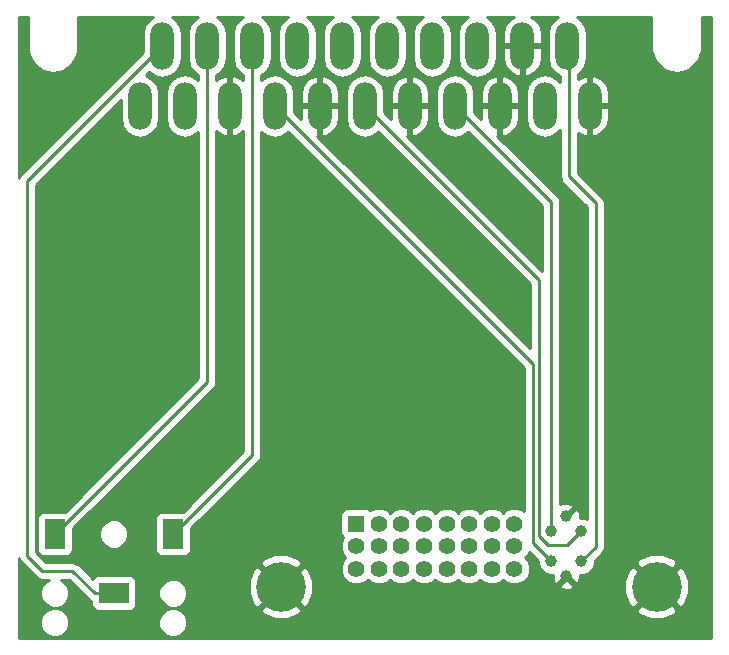
<source format=gtl>
G04 #@! TF.FileFunction,Copper,L1,Top,Signal*
%FSLAX46Y46*%
G04 Gerber Fmt 4.6, Leading zero omitted, Abs format (unit mm)*
G04 Created by KiCad (PCBNEW 4.0.7) date 06/19/18 01:15:35*
%MOMM*%
%LPD*%
G01*
G04 APERTURE LIST*
%ADD10C,0.100000*%
%ADD11O,2.000000X4.000000*%
%ADD12R,1.800000X2.500000*%
%ADD13R,2.500000X1.800000*%
%ADD14C,4.200000*%
%ADD15C,1.400000*%
%ADD16R,1.400000X1.400000*%
%ADD17C,1.000000*%
%ADD18C,0.600000*%
%ADD19C,0.250000*%
%ADD20C,0.254000*%
G04 APERTURE END LIST*
D10*
D11*
X165735000Y-70485000D03*
X169545000Y-70485000D03*
X173355000Y-70485000D03*
X167640000Y-75565000D03*
X171450000Y-75565000D03*
X175260000Y-75565000D03*
X177165000Y-70485000D03*
X179070000Y-75565000D03*
X180975000Y-70485000D03*
X182880000Y-75565000D03*
X184785000Y-70485000D03*
X186690000Y-75565000D03*
X148590000Y-75565000D03*
X150495000Y-70485000D03*
X152400000Y-75565000D03*
X154305000Y-70485000D03*
X156210000Y-75565000D03*
X158115000Y-70485000D03*
X160020000Y-75565000D03*
X161925000Y-70485000D03*
X163830000Y-75565000D03*
D12*
X141390000Y-111825000D03*
X151390000Y-111825000D03*
D13*
X146390000Y-116825000D03*
D14*
X160540000Y-116275000D03*
X192340000Y-116275000D03*
D15*
X166920000Y-114755000D03*
X168830000Y-114755000D03*
X170740000Y-114755000D03*
X172650000Y-114755000D03*
X174560000Y-114755000D03*
X176470000Y-114755000D03*
X178380000Y-114755000D03*
X180290000Y-114755000D03*
X166920000Y-112845000D03*
X168830000Y-112845000D03*
X170740000Y-112845000D03*
X172650000Y-112845000D03*
X174560000Y-112845000D03*
X176470000Y-112845000D03*
X178380000Y-112845000D03*
X180290000Y-112845000D03*
D16*
X166920000Y-110935000D03*
D15*
X168830000Y-110935000D03*
X170740000Y-110935000D03*
X172650000Y-110935000D03*
X174560000Y-110935000D03*
X176470000Y-110935000D03*
X178380000Y-110935000D03*
X180290000Y-110935000D03*
D17*
X183430000Y-114145000D03*
X185970000Y-114145000D03*
X184700000Y-115415000D03*
X183430000Y-111605000D03*
X185970000Y-111605000D03*
X184700000Y-110335000D03*
D18*
X188976000Y-70358000D03*
X192532000Y-77216000D03*
X194310000Y-82550000D03*
X194310000Y-88900000D03*
X194564000Y-107188000D03*
X181102000Y-118110000D03*
X167640000Y-118364000D03*
X155448000Y-119126000D03*
X140970000Y-106680000D03*
X140970000Y-99822000D03*
X141224000Y-89408000D03*
X141224000Y-84582000D03*
X141478000Y-74422000D03*
X194818000Y-99060000D03*
D19*
X185970000Y-111605000D02*
X184799000Y-112776000D01*
X182372000Y-90297000D02*
X167640000Y-75565000D01*
X182372000Y-112014000D02*
X182372000Y-90297000D01*
X183134000Y-112776000D02*
X182372000Y-112014000D01*
X184799000Y-112776000D02*
X183134000Y-112776000D01*
X183430000Y-111605000D02*
X183430000Y-83735000D01*
X183430000Y-83735000D02*
X175260000Y-75565000D01*
X185970000Y-114145000D02*
X187198000Y-112917000D01*
X184912000Y-81534000D02*
X184912000Y-70612000D01*
X187198000Y-83820000D02*
X184912000Y-81534000D01*
X187198000Y-112917000D02*
X187198000Y-83820000D01*
X184912000Y-70612000D02*
X184785000Y-70485000D01*
X146390000Y-116825000D02*
X144765000Y-116825000D01*
X139065000Y-81915000D02*
X150495000Y-70485000D01*
X139065000Y-113665000D02*
X139065000Y-81915000D01*
X140335000Y-114935000D02*
X139065000Y-113665000D01*
X142875000Y-114935000D02*
X140335000Y-114935000D01*
X144765000Y-116825000D02*
X142875000Y-114935000D01*
X141390000Y-111825000D02*
X154305000Y-98910000D01*
X154305000Y-98910000D02*
X154305000Y-70485000D01*
X151390000Y-111825000D02*
X158115000Y-105100000D01*
X158115000Y-105100000D02*
X158115000Y-70485000D01*
X183430000Y-114145000D02*
X181864000Y-112579000D01*
X181864000Y-97409000D02*
X160020000Y-75565000D01*
X181864000Y-112579000D02*
X181864000Y-97409000D01*
D20*
G36*
X153148880Y-68277257D02*
X152794457Y-68807690D01*
X152670000Y-69433377D01*
X152670000Y-71536623D01*
X152794457Y-72162310D01*
X153148880Y-72692743D01*
X153545000Y-72957421D01*
X153545000Y-73349827D01*
X153025687Y-73002834D01*
X152400000Y-72878377D01*
X151774313Y-73002834D01*
X151243880Y-73357257D01*
X150889457Y-73887690D01*
X150765000Y-74513377D01*
X150765000Y-76616623D01*
X150889457Y-77242310D01*
X151243880Y-77772743D01*
X151774313Y-78127166D01*
X152400000Y-78251623D01*
X153025687Y-78127166D01*
X153545000Y-77780173D01*
X153545000Y-98595198D01*
X142212638Y-109927560D01*
X140490000Y-109927560D01*
X140254683Y-109971838D01*
X140038559Y-110110910D01*
X139893569Y-110323110D01*
X139842560Y-110575000D01*
X139842560Y-113075000D01*
X139886838Y-113310317D01*
X140025910Y-113526441D01*
X140238110Y-113671431D01*
X140490000Y-113722440D01*
X142290000Y-113722440D01*
X142525317Y-113678162D01*
X142741441Y-113539090D01*
X142886431Y-113326890D01*
X142937440Y-113075000D01*
X142937440Y-112069579D01*
X145154786Y-112069579D01*
X145342408Y-112523657D01*
X145689515Y-112871371D01*
X146143266Y-113059785D01*
X146634579Y-113060214D01*
X147088657Y-112872592D01*
X147436371Y-112525485D01*
X147624785Y-112071734D01*
X147625214Y-111580421D01*
X147437592Y-111126343D01*
X147090485Y-110778629D01*
X146636734Y-110590215D01*
X146145421Y-110589786D01*
X145691343Y-110777408D01*
X145343629Y-111124515D01*
X145155215Y-111578266D01*
X145154786Y-112069579D01*
X142937440Y-112069579D01*
X142937440Y-111352362D01*
X154842401Y-99447401D01*
X155007148Y-99200839D01*
X155065000Y-98910000D01*
X155065000Y-77710903D01*
X155143683Y-77810922D01*
X155701645Y-78124144D01*
X155829566Y-78155124D01*
X156083000Y-78035777D01*
X156083000Y-75692000D01*
X156063000Y-75692000D01*
X156063000Y-75438000D01*
X156083000Y-75438000D01*
X156083000Y-73094223D01*
X155829566Y-72974876D01*
X155701645Y-73005856D01*
X155143683Y-73319078D01*
X155065000Y-73419097D01*
X155065000Y-72957421D01*
X155461120Y-72692743D01*
X155815543Y-72162310D01*
X155940000Y-71536623D01*
X155940000Y-69433377D01*
X155815543Y-68807690D01*
X155461120Y-68277257D01*
X155098556Y-68035000D01*
X157321444Y-68035000D01*
X156958880Y-68277257D01*
X156604457Y-68807690D01*
X156480000Y-69433377D01*
X156480000Y-71536623D01*
X156604457Y-72162310D01*
X156958880Y-72692743D01*
X157355000Y-72957421D01*
X157355000Y-73419097D01*
X157276317Y-73319078D01*
X156718355Y-73005856D01*
X156590434Y-72974876D01*
X156337000Y-73094223D01*
X156337000Y-75438000D01*
X156357000Y-75438000D01*
X156357000Y-75692000D01*
X156337000Y-75692000D01*
X156337000Y-78035777D01*
X156590434Y-78155124D01*
X156718355Y-78124144D01*
X157276317Y-77810922D01*
X157355000Y-77710903D01*
X157355000Y-104785198D01*
X152212638Y-109927560D01*
X150490000Y-109927560D01*
X150254683Y-109971838D01*
X150038559Y-110110910D01*
X149893569Y-110323110D01*
X149842560Y-110575000D01*
X149842560Y-113075000D01*
X149886838Y-113310317D01*
X150025910Y-113526441D01*
X150238110Y-113671431D01*
X150490000Y-113722440D01*
X152290000Y-113722440D01*
X152525317Y-113678162D01*
X152741441Y-113539090D01*
X152886431Y-113326890D01*
X152937440Y-113075000D01*
X152937440Y-111352362D01*
X158652401Y-105637401D01*
X158817148Y-105390840D01*
X158875000Y-105100000D01*
X158875000Y-77780173D01*
X159394313Y-78127166D01*
X160020000Y-78251623D01*
X160645687Y-78127166D01*
X161162225Y-77782027D01*
X181104000Y-97723802D01*
X181104000Y-109860797D01*
X181047204Y-109803902D01*
X180556713Y-109600232D01*
X180025617Y-109599769D01*
X179534771Y-109802582D01*
X179334981Y-110002024D01*
X179137204Y-109803902D01*
X178646713Y-109600232D01*
X178115617Y-109599769D01*
X177624771Y-109802582D01*
X177424981Y-110002024D01*
X177227204Y-109803902D01*
X176736713Y-109600232D01*
X176205617Y-109599769D01*
X175714771Y-109802582D01*
X175514981Y-110002024D01*
X175317204Y-109803902D01*
X174826713Y-109600232D01*
X174295617Y-109599769D01*
X173804771Y-109802582D01*
X173604981Y-110002024D01*
X173407204Y-109803902D01*
X172916713Y-109600232D01*
X172385617Y-109599769D01*
X171894771Y-109802582D01*
X171694981Y-110002024D01*
X171497204Y-109803902D01*
X171006713Y-109600232D01*
X170475617Y-109599769D01*
X169984771Y-109802582D01*
X169784981Y-110002024D01*
X169587204Y-109803902D01*
X169096713Y-109600232D01*
X168565617Y-109599769D01*
X168091803Y-109795545D01*
X168084090Y-109783559D01*
X167871890Y-109638569D01*
X167620000Y-109587560D01*
X166220000Y-109587560D01*
X165984683Y-109631838D01*
X165768559Y-109770910D01*
X165623569Y-109983110D01*
X165572560Y-110235000D01*
X165572560Y-111635000D01*
X165616838Y-111870317D01*
X165755910Y-112086441D01*
X165782049Y-112104301D01*
X165585232Y-112578287D01*
X165584769Y-113109383D01*
X165787582Y-113600229D01*
X165987024Y-113800019D01*
X165788902Y-113997796D01*
X165585232Y-114488287D01*
X165584769Y-115019383D01*
X165787582Y-115510229D01*
X166162796Y-115886098D01*
X166653287Y-116089768D01*
X167184383Y-116090231D01*
X167675229Y-115887418D01*
X167875019Y-115687976D01*
X168072796Y-115886098D01*
X168563287Y-116089768D01*
X169094383Y-116090231D01*
X169585229Y-115887418D01*
X169785019Y-115687976D01*
X169982796Y-115886098D01*
X170473287Y-116089768D01*
X171004383Y-116090231D01*
X171495229Y-115887418D01*
X171695019Y-115687976D01*
X171892796Y-115886098D01*
X172383287Y-116089768D01*
X172914383Y-116090231D01*
X173405229Y-115887418D01*
X173605019Y-115687976D01*
X173802796Y-115886098D01*
X174293287Y-116089768D01*
X174824383Y-116090231D01*
X175315229Y-115887418D01*
X175515019Y-115687976D01*
X175712796Y-115886098D01*
X176203287Y-116089768D01*
X176734383Y-116090231D01*
X177225229Y-115887418D01*
X177425019Y-115687976D01*
X177622796Y-115886098D01*
X178113287Y-116089768D01*
X178644383Y-116090231D01*
X179135229Y-115887418D01*
X179335019Y-115687976D01*
X179532796Y-115886098D01*
X180023287Y-116089768D01*
X180554383Y-116090231D01*
X181045229Y-115887418D01*
X181421098Y-115512204D01*
X181624768Y-115021713D01*
X181625231Y-114490617D01*
X181422418Y-113999771D01*
X181222976Y-113799981D01*
X181421098Y-113602204D01*
X181535908Y-113325710D01*
X182295052Y-114084854D01*
X182294803Y-114369775D01*
X182467233Y-114787086D01*
X182786235Y-115106645D01*
X183203244Y-115279803D01*
X183552606Y-115280108D01*
X183583783Y-115720375D01*
X183694783Y-115988352D01*
X183909896Y-116025499D01*
X184520395Y-115415000D01*
X184506253Y-115400858D01*
X184685858Y-115221253D01*
X184700000Y-115235395D01*
X184714143Y-115221253D01*
X184893748Y-115400858D01*
X184879605Y-115415000D01*
X185490104Y-116025499D01*
X185705217Y-115988352D01*
X185785340Y-115748184D01*
X189601633Y-115748184D01*
X189608475Y-116836214D01*
X190011682Y-117809642D01*
X190392795Y-118042600D01*
X192160395Y-116275000D01*
X192519605Y-116275000D01*
X194287205Y-118042600D01*
X194668318Y-117809642D01*
X195078367Y-116801816D01*
X195071525Y-115713786D01*
X194668318Y-114740358D01*
X194287205Y-114507400D01*
X192519605Y-116275000D01*
X192160395Y-116275000D01*
X190392795Y-114507400D01*
X190011682Y-114740358D01*
X189601633Y-115748184D01*
X185785340Y-115748184D01*
X185848112Y-115560028D01*
X185828273Y-115279877D01*
X186194775Y-115280197D01*
X186612086Y-115107767D01*
X186931645Y-114788765D01*
X187104803Y-114371756D01*
X187104841Y-114327795D01*
X190572400Y-114327795D01*
X192340000Y-116095395D01*
X194107600Y-114327795D01*
X193874642Y-113946682D01*
X192866816Y-113536633D01*
X191778786Y-113543475D01*
X190805358Y-113946682D01*
X190572400Y-114327795D01*
X187104841Y-114327795D01*
X187105053Y-114084749D01*
X187735401Y-113454401D01*
X187900148Y-113207840D01*
X187958000Y-112917000D01*
X187958000Y-83820000D01*
X187900148Y-83529161D01*
X187900148Y-83529160D01*
X187735401Y-83282599D01*
X185672000Y-81219198D01*
X185672000Y-77838046D01*
X186181645Y-78124144D01*
X186309566Y-78155124D01*
X186563000Y-78035777D01*
X186563000Y-75692000D01*
X186817000Y-75692000D01*
X186817000Y-78035777D01*
X187070434Y-78155124D01*
X187198355Y-78124144D01*
X187756317Y-77810922D01*
X188151942Y-77308020D01*
X188325000Y-76692000D01*
X188325000Y-75692000D01*
X186817000Y-75692000D01*
X186563000Y-75692000D01*
X186543000Y-75692000D01*
X186543000Y-75438000D01*
X186563000Y-75438000D01*
X186563000Y-73094223D01*
X186817000Y-73094223D01*
X186817000Y-75438000D01*
X188325000Y-75438000D01*
X188325000Y-74438000D01*
X188151942Y-73821980D01*
X187756317Y-73319078D01*
X187198355Y-73005856D01*
X187070434Y-72974876D01*
X186817000Y-73094223D01*
X186563000Y-73094223D01*
X186309566Y-72974876D01*
X186181645Y-73005856D01*
X185672000Y-73291954D01*
X185672000Y-72872563D01*
X185941120Y-72692743D01*
X186295543Y-72162310D01*
X186420000Y-71536623D01*
X186420000Y-69433377D01*
X186295543Y-68807690D01*
X185941120Y-68277257D01*
X185578556Y-68035000D01*
X191905000Y-68035000D01*
X191905000Y-70534282D01*
X191904630Y-70957815D01*
X192029871Y-71260920D01*
X192067517Y-71450181D01*
X192173789Y-71609229D01*
X192228980Y-71742800D01*
X192331984Y-71845984D01*
X192530327Y-72142825D01*
X192824575Y-72339435D01*
X192829041Y-72343909D01*
X192834930Y-72346354D01*
X193222971Y-72605635D01*
X194040000Y-72768152D01*
X194857029Y-72605635D01*
X195241957Y-72348434D01*
X195247800Y-72346020D01*
X195252314Y-72341514D01*
X195549673Y-72142825D01*
X195746627Y-71848063D01*
X195848909Y-71745959D01*
X195904820Y-71611309D01*
X196012483Y-71450181D01*
X196049959Y-71261778D01*
X196174628Y-70961541D01*
X196174915Y-70633582D01*
X196175000Y-70633152D01*
X196175000Y-70535718D01*
X196175370Y-70112185D01*
X196175000Y-70111290D01*
X196175000Y-68035000D01*
X196930000Y-68035000D01*
X196930000Y-120615000D01*
X138350000Y-120615000D01*
X138350000Y-119569579D01*
X140154786Y-119569579D01*
X140342408Y-120023657D01*
X140689515Y-120371371D01*
X141143266Y-120559785D01*
X141634579Y-120560214D01*
X142088657Y-120372592D01*
X142436371Y-120025485D01*
X142624785Y-119571734D01*
X142624786Y-119569579D01*
X150154786Y-119569579D01*
X150342408Y-120023657D01*
X150689515Y-120371371D01*
X151143266Y-120559785D01*
X151634579Y-120560214D01*
X152088657Y-120372592D01*
X152436371Y-120025485D01*
X152624785Y-119571734D01*
X152625214Y-119080421D01*
X152437592Y-118626343D01*
X152090485Y-118278629D01*
X151954602Y-118222205D01*
X158772400Y-118222205D01*
X159005358Y-118603318D01*
X160013184Y-119013367D01*
X161101214Y-119006525D01*
X162074642Y-118603318D01*
X162307600Y-118222205D01*
X190572400Y-118222205D01*
X190805358Y-118603318D01*
X191813184Y-119013367D01*
X192901214Y-119006525D01*
X193874642Y-118603318D01*
X194107600Y-118222205D01*
X192340000Y-116454605D01*
X190572400Y-118222205D01*
X162307600Y-118222205D01*
X160540000Y-116454605D01*
X158772400Y-118222205D01*
X151954602Y-118222205D01*
X151636734Y-118090215D01*
X151145421Y-118089786D01*
X150691343Y-118277408D01*
X150343629Y-118624515D01*
X150155215Y-119078266D01*
X150154786Y-119569579D01*
X142624786Y-119569579D01*
X142625214Y-119080421D01*
X142437592Y-118626343D01*
X142090485Y-118278629D01*
X141636734Y-118090215D01*
X141145421Y-118089786D01*
X140691343Y-118277408D01*
X140343629Y-118624515D01*
X140155215Y-119078266D01*
X140154786Y-119569579D01*
X138350000Y-119569579D01*
X138350000Y-113891228D01*
X138362852Y-113955839D01*
X138527599Y-114202401D01*
X139797599Y-115472401D01*
X140044160Y-115637148D01*
X140335000Y-115695000D01*
X140890785Y-115695000D01*
X140691343Y-115777408D01*
X140343629Y-116124515D01*
X140155215Y-116578266D01*
X140154786Y-117069579D01*
X140342408Y-117523657D01*
X140689515Y-117871371D01*
X141143266Y-118059785D01*
X141634579Y-118060214D01*
X142088657Y-117872592D01*
X142436371Y-117525485D01*
X142624785Y-117071734D01*
X142625214Y-116580421D01*
X142437592Y-116126343D01*
X142090485Y-115778629D01*
X141889084Y-115695000D01*
X142560198Y-115695000D01*
X144227599Y-117362401D01*
X144474161Y-117527148D01*
X144492560Y-117530808D01*
X144492560Y-117725000D01*
X144536838Y-117960317D01*
X144675910Y-118176441D01*
X144888110Y-118321431D01*
X145140000Y-118372440D01*
X147640000Y-118372440D01*
X147875317Y-118328162D01*
X148091441Y-118189090D01*
X148236431Y-117976890D01*
X148287440Y-117725000D01*
X148287440Y-117069579D01*
X150154786Y-117069579D01*
X150342408Y-117523657D01*
X150689515Y-117871371D01*
X151143266Y-118059785D01*
X151634579Y-118060214D01*
X152088657Y-117872592D01*
X152436371Y-117525485D01*
X152624785Y-117071734D01*
X152625214Y-116580421D01*
X152437592Y-116126343D01*
X152090485Y-115778629D01*
X152017166Y-115748184D01*
X157801633Y-115748184D01*
X157808475Y-116836214D01*
X158211682Y-117809642D01*
X158592795Y-118042600D01*
X160360395Y-116275000D01*
X160719605Y-116275000D01*
X162487205Y-118042600D01*
X162868318Y-117809642D01*
X163278367Y-116801816D01*
X163274615Y-116205104D01*
X184089501Y-116205104D01*
X184126648Y-116420217D01*
X184554972Y-116563112D01*
X185005375Y-116531217D01*
X185273352Y-116420217D01*
X185310499Y-116205104D01*
X184700000Y-115594605D01*
X184089501Y-116205104D01*
X163274615Y-116205104D01*
X163271525Y-115713786D01*
X162868318Y-114740358D01*
X162487205Y-114507400D01*
X160719605Y-116275000D01*
X160360395Y-116275000D01*
X158592795Y-114507400D01*
X158211682Y-114740358D01*
X157801633Y-115748184D01*
X152017166Y-115748184D01*
X151636734Y-115590215D01*
X151145421Y-115589786D01*
X150691343Y-115777408D01*
X150343629Y-116124515D01*
X150155215Y-116578266D01*
X150154786Y-117069579D01*
X148287440Y-117069579D01*
X148287440Y-115925000D01*
X148243162Y-115689683D01*
X148104090Y-115473559D01*
X147891890Y-115328569D01*
X147640000Y-115277560D01*
X145140000Y-115277560D01*
X144904683Y-115321838D01*
X144688559Y-115460910D01*
X144602160Y-115587358D01*
X143412401Y-114397599D01*
X143307932Y-114327795D01*
X158772400Y-114327795D01*
X160540000Y-116095395D01*
X162307600Y-114327795D01*
X162074642Y-113946682D01*
X161066816Y-113536633D01*
X159978786Y-113543475D01*
X159005358Y-113946682D01*
X158772400Y-114327795D01*
X143307932Y-114327795D01*
X143165839Y-114232852D01*
X142875000Y-114175000D01*
X140649802Y-114175000D01*
X139825000Y-113350198D01*
X139825000Y-82229802D01*
X146955000Y-75099802D01*
X146955000Y-76616623D01*
X147079457Y-77242310D01*
X147433880Y-77772743D01*
X147964313Y-78127166D01*
X148590000Y-78251623D01*
X149215687Y-78127166D01*
X149746120Y-77772743D01*
X150100543Y-77242310D01*
X150225000Y-76616623D01*
X150225000Y-74513377D01*
X150100543Y-73887690D01*
X149746120Y-73357257D01*
X149215687Y-73002834D01*
X149079131Y-72975671D01*
X149352775Y-72702027D01*
X149869313Y-73047166D01*
X150495000Y-73171623D01*
X151120687Y-73047166D01*
X151651120Y-72692743D01*
X152005543Y-72162310D01*
X152130000Y-71536623D01*
X152130000Y-69433377D01*
X152005543Y-68807690D01*
X151651120Y-68277257D01*
X151288556Y-68035000D01*
X153511444Y-68035000D01*
X153148880Y-68277257D01*
X153148880Y-68277257D01*
G37*
X153148880Y-68277257D02*
X152794457Y-68807690D01*
X152670000Y-69433377D01*
X152670000Y-71536623D01*
X152794457Y-72162310D01*
X153148880Y-72692743D01*
X153545000Y-72957421D01*
X153545000Y-73349827D01*
X153025687Y-73002834D01*
X152400000Y-72878377D01*
X151774313Y-73002834D01*
X151243880Y-73357257D01*
X150889457Y-73887690D01*
X150765000Y-74513377D01*
X150765000Y-76616623D01*
X150889457Y-77242310D01*
X151243880Y-77772743D01*
X151774313Y-78127166D01*
X152400000Y-78251623D01*
X153025687Y-78127166D01*
X153545000Y-77780173D01*
X153545000Y-98595198D01*
X142212638Y-109927560D01*
X140490000Y-109927560D01*
X140254683Y-109971838D01*
X140038559Y-110110910D01*
X139893569Y-110323110D01*
X139842560Y-110575000D01*
X139842560Y-113075000D01*
X139886838Y-113310317D01*
X140025910Y-113526441D01*
X140238110Y-113671431D01*
X140490000Y-113722440D01*
X142290000Y-113722440D01*
X142525317Y-113678162D01*
X142741441Y-113539090D01*
X142886431Y-113326890D01*
X142937440Y-113075000D01*
X142937440Y-112069579D01*
X145154786Y-112069579D01*
X145342408Y-112523657D01*
X145689515Y-112871371D01*
X146143266Y-113059785D01*
X146634579Y-113060214D01*
X147088657Y-112872592D01*
X147436371Y-112525485D01*
X147624785Y-112071734D01*
X147625214Y-111580421D01*
X147437592Y-111126343D01*
X147090485Y-110778629D01*
X146636734Y-110590215D01*
X146145421Y-110589786D01*
X145691343Y-110777408D01*
X145343629Y-111124515D01*
X145155215Y-111578266D01*
X145154786Y-112069579D01*
X142937440Y-112069579D01*
X142937440Y-111352362D01*
X154842401Y-99447401D01*
X155007148Y-99200839D01*
X155065000Y-98910000D01*
X155065000Y-77710903D01*
X155143683Y-77810922D01*
X155701645Y-78124144D01*
X155829566Y-78155124D01*
X156083000Y-78035777D01*
X156083000Y-75692000D01*
X156063000Y-75692000D01*
X156063000Y-75438000D01*
X156083000Y-75438000D01*
X156083000Y-73094223D01*
X155829566Y-72974876D01*
X155701645Y-73005856D01*
X155143683Y-73319078D01*
X155065000Y-73419097D01*
X155065000Y-72957421D01*
X155461120Y-72692743D01*
X155815543Y-72162310D01*
X155940000Y-71536623D01*
X155940000Y-69433377D01*
X155815543Y-68807690D01*
X155461120Y-68277257D01*
X155098556Y-68035000D01*
X157321444Y-68035000D01*
X156958880Y-68277257D01*
X156604457Y-68807690D01*
X156480000Y-69433377D01*
X156480000Y-71536623D01*
X156604457Y-72162310D01*
X156958880Y-72692743D01*
X157355000Y-72957421D01*
X157355000Y-73419097D01*
X157276317Y-73319078D01*
X156718355Y-73005856D01*
X156590434Y-72974876D01*
X156337000Y-73094223D01*
X156337000Y-75438000D01*
X156357000Y-75438000D01*
X156357000Y-75692000D01*
X156337000Y-75692000D01*
X156337000Y-78035777D01*
X156590434Y-78155124D01*
X156718355Y-78124144D01*
X157276317Y-77810922D01*
X157355000Y-77710903D01*
X157355000Y-104785198D01*
X152212638Y-109927560D01*
X150490000Y-109927560D01*
X150254683Y-109971838D01*
X150038559Y-110110910D01*
X149893569Y-110323110D01*
X149842560Y-110575000D01*
X149842560Y-113075000D01*
X149886838Y-113310317D01*
X150025910Y-113526441D01*
X150238110Y-113671431D01*
X150490000Y-113722440D01*
X152290000Y-113722440D01*
X152525317Y-113678162D01*
X152741441Y-113539090D01*
X152886431Y-113326890D01*
X152937440Y-113075000D01*
X152937440Y-111352362D01*
X158652401Y-105637401D01*
X158817148Y-105390840D01*
X158875000Y-105100000D01*
X158875000Y-77780173D01*
X159394313Y-78127166D01*
X160020000Y-78251623D01*
X160645687Y-78127166D01*
X161162225Y-77782027D01*
X181104000Y-97723802D01*
X181104000Y-109860797D01*
X181047204Y-109803902D01*
X180556713Y-109600232D01*
X180025617Y-109599769D01*
X179534771Y-109802582D01*
X179334981Y-110002024D01*
X179137204Y-109803902D01*
X178646713Y-109600232D01*
X178115617Y-109599769D01*
X177624771Y-109802582D01*
X177424981Y-110002024D01*
X177227204Y-109803902D01*
X176736713Y-109600232D01*
X176205617Y-109599769D01*
X175714771Y-109802582D01*
X175514981Y-110002024D01*
X175317204Y-109803902D01*
X174826713Y-109600232D01*
X174295617Y-109599769D01*
X173804771Y-109802582D01*
X173604981Y-110002024D01*
X173407204Y-109803902D01*
X172916713Y-109600232D01*
X172385617Y-109599769D01*
X171894771Y-109802582D01*
X171694981Y-110002024D01*
X171497204Y-109803902D01*
X171006713Y-109600232D01*
X170475617Y-109599769D01*
X169984771Y-109802582D01*
X169784981Y-110002024D01*
X169587204Y-109803902D01*
X169096713Y-109600232D01*
X168565617Y-109599769D01*
X168091803Y-109795545D01*
X168084090Y-109783559D01*
X167871890Y-109638569D01*
X167620000Y-109587560D01*
X166220000Y-109587560D01*
X165984683Y-109631838D01*
X165768559Y-109770910D01*
X165623569Y-109983110D01*
X165572560Y-110235000D01*
X165572560Y-111635000D01*
X165616838Y-111870317D01*
X165755910Y-112086441D01*
X165782049Y-112104301D01*
X165585232Y-112578287D01*
X165584769Y-113109383D01*
X165787582Y-113600229D01*
X165987024Y-113800019D01*
X165788902Y-113997796D01*
X165585232Y-114488287D01*
X165584769Y-115019383D01*
X165787582Y-115510229D01*
X166162796Y-115886098D01*
X166653287Y-116089768D01*
X167184383Y-116090231D01*
X167675229Y-115887418D01*
X167875019Y-115687976D01*
X168072796Y-115886098D01*
X168563287Y-116089768D01*
X169094383Y-116090231D01*
X169585229Y-115887418D01*
X169785019Y-115687976D01*
X169982796Y-115886098D01*
X170473287Y-116089768D01*
X171004383Y-116090231D01*
X171495229Y-115887418D01*
X171695019Y-115687976D01*
X171892796Y-115886098D01*
X172383287Y-116089768D01*
X172914383Y-116090231D01*
X173405229Y-115887418D01*
X173605019Y-115687976D01*
X173802796Y-115886098D01*
X174293287Y-116089768D01*
X174824383Y-116090231D01*
X175315229Y-115887418D01*
X175515019Y-115687976D01*
X175712796Y-115886098D01*
X176203287Y-116089768D01*
X176734383Y-116090231D01*
X177225229Y-115887418D01*
X177425019Y-115687976D01*
X177622796Y-115886098D01*
X178113287Y-116089768D01*
X178644383Y-116090231D01*
X179135229Y-115887418D01*
X179335019Y-115687976D01*
X179532796Y-115886098D01*
X180023287Y-116089768D01*
X180554383Y-116090231D01*
X181045229Y-115887418D01*
X181421098Y-115512204D01*
X181624768Y-115021713D01*
X181625231Y-114490617D01*
X181422418Y-113999771D01*
X181222976Y-113799981D01*
X181421098Y-113602204D01*
X181535908Y-113325710D01*
X182295052Y-114084854D01*
X182294803Y-114369775D01*
X182467233Y-114787086D01*
X182786235Y-115106645D01*
X183203244Y-115279803D01*
X183552606Y-115280108D01*
X183583783Y-115720375D01*
X183694783Y-115988352D01*
X183909896Y-116025499D01*
X184520395Y-115415000D01*
X184506253Y-115400858D01*
X184685858Y-115221253D01*
X184700000Y-115235395D01*
X184714143Y-115221253D01*
X184893748Y-115400858D01*
X184879605Y-115415000D01*
X185490104Y-116025499D01*
X185705217Y-115988352D01*
X185785340Y-115748184D01*
X189601633Y-115748184D01*
X189608475Y-116836214D01*
X190011682Y-117809642D01*
X190392795Y-118042600D01*
X192160395Y-116275000D01*
X192519605Y-116275000D01*
X194287205Y-118042600D01*
X194668318Y-117809642D01*
X195078367Y-116801816D01*
X195071525Y-115713786D01*
X194668318Y-114740358D01*
X194287205Y-114507400D01*
X192519605Y-116275000D01*
X192160395Y-116275000D01*
X190392795Y-114507400D01*
X190011682Y-114740358D01*
X189601633Y-115748184D01*
X185785340Y-115748184D01*
X185848112Y-115560028D01*
X185828273Y-115279877D01*
X186194775Y-115280197D01*
X186612086Y-115107767D01*
X186931645Y-114788765D01*
X187104803Y-114371756D01*
X187104841Y-114327795D01*
X190572400Y-114327795D01*
X192340000Y-116095395D01*
X194107600Y-114327795D01*
X193874642Y-113946682D01*
X192866816Y-113536633D01*
X191778786Y-113543475D01*
X190805358Y-113946682D01*
X190572400Y-114327795D01*
X187104841Y-114327795D01*
X187105053Y-114084749D01*
X187735401Y-113454401D01*
X187900148Y-113207840D01*
X187958000Y-112917000D01*
X187958000Y-83820000D01*
X187900148Y-83529161D01*
X187900148Y-83529160D01*
X187735401Y-83282599D01*
X185672000Y-81219198D01*
X185672000Y-77838046D01*
X186181645Y-78124144D01*
X186309566Y-78155124D01*
X186563000Y-78035777D01*
X186563000Y-75692000D01*
X186817000Y-75692000D01*
X186817000Y-78035777D01*
X187070434Y-78155124D01*
X187198355Y-78124144D01*
X187756317Y-77810922D01*
X188151942Y-77308020D01*
X188325000Y-76692000D01*
X188325000Y-75692000D01*
X186817000Y-75692000D01*
X186563000Y-75692000D01*
X186543000Y-75692000D01*
X186543000Y-75438000D01*
X186563000Y-75438000D01*
X186563000Y-73094223D01*
X186817000Y-73094223D01*
X186817000Y-75438000D01*
X188325000Y-75438000D01*
X188325000Y-74438000D01*
X188151942Y-73821980D01*
X187756317Y-73319078D01*
X187198355Y-73005856D01*
X187070434Y-72974876D01*
X186817000Y-73094223D01*
X186563000Y-73094223D01*
X186309566Y-72974876D01*
X186181645Y-73005856D01*
X185672000Y-73291954D01*
X185672000Y-72872563D01*
X185941120Y-72692743D01*
X186295543Y-72162310D01*
X186420000Y-71536623D01*
X186420000Y-69433377D01*
X186295543Y-68807690D01*
X185941120Y-68277257D01*
X185578556Y-68035000D01*
X191905000Y-68035000D01*
X191905000Y-70534282D01*
X191904630Y-70957815D01*
X192029871Y-71260920D01*
X192067517Y-71450181D01*
X192173789Y-71609229D01*
X192228980Y-71742800D01*
X192331984Y-71845984D01*
X192530327Y-72142825D01*
X192824575Y-72339435D01*
X192829041Y-72343909D01*
X192834930Y-72346354D01*
X193222971Y-72605635D01*
X194040000Y-72768152D01*
X194857029Y-72605635D01*
X195241957Y-72348434D01*
X195247800Y-72346020D01*
X195252314Y-72341514D01*
X195549673Y-72142825D01*
X195746627Y-71848063D01*
X195848909Y-71745959D01*
X195904820Y-71611309D01*
X196012483Y-71450181D01*
X196049959Y-71261778D01*
X196174628Y-70961541D01*
X196174915Y-70633582D01*
X196175000Y-70633152D01*
X196175000Y-70535718D01*
X196175370Y-70112185D01*
X196175000Y-70111290D01*
X196175000Y-68035000D01*
X196930000Y-68035000D01*
X196930000Y-120615000D01*
X138350000Y-120615000D01*
X138350000Y-119569579D01*
X140154786Y-119569579D01*
X140342408Y-120023657D01*
X140689515Y-120371371D01*
X141143266Y-120559785D01*
X141634579Y-120560214D01*
X142088657Y-120372592D01*
X142436371Y-120025485D01*
X142624785Y-119571734D01*
X142624786Y-119569579D01*
X150154786Y-119569579D01*
X150342408Y-120023657D01*
X150689515Y-120371371D01*
X151143266Y-120559785D01*
X151634579Y-120560214D01*
X152088657Y-120372592D01*
X152436371Y-120025485D01*
X152624785Y-119571734D01*
X152625214Y-119080421D01*
X152437592Y-118626343D01*
X152090485Y-118278629D01*
X151954602Y-118222205D01*
X158772400Y-118222205D01*
X159005358Y-118603318D01*
X160013184Y-119013367D01*
X161101214Y-119006525D01*
X162074642Y-118603318D01*
X162307600Y-118222205D01*
X190572400Y-118222205D01*
X190805358Y-118603318D01*
X191813184Y-119013367D01*
X192901214Y-119006525D01*
X193874642Y-118603318D01*
X194107600Y-118222205D01*
X192340000Y-116454605D01*
X190572400Y-118222205D01*
X162307600Y-118222205D01*
X160540000Y-116454605D01*
X158772400Y-118222205D01*
X151954602Y-118222205D01*
X151636734Y-118090215D01*
X151145421Y-118089786D01*
X150691343Y-118277408D01*
X150343629Y-118624515D01*
X150155215Y-119078266D01*
X150154786Y-119569579D01*
X142624786Y-119569579D01*
X142625214Y-119080421D01*
X142437592Y-118626343D01*
X142090485Y-118278629D01*
X141636734Y-118090215D01*
X141145421Y-118089786D01*
X140691343Y-118277408D01*
X140343629Y-118624515D01*
X140155215Y-119078266D01*
X140154786Y-119569579D01*
X138350000Y-119569579D01*
X138350000Y-113891228D01*
X138362852Y-113955839D01*
X138527599Y-114202401D01*
X139797599Y-115472401D01*
X140044160Y-115637148D01*
X140335000Y-115695000D01*
X140890785Y-115695000D01*
X140691343Y-115777408D01*
X140343629Y-116124515D01*
X140155215Y-116578266D01*
X140154786Y-117069579D01*
X140342408Y-117523657D01*
X140689515Y-117871371D01*
X141143266Y-118059785D01*
X141634579Y-118060214D01*
X142088657Y-117872592D01*
X142436371Y-117525485D01*
X142624785Y-117071734D01*
X142625214Y-116580421D01*
X142437592Y-116126343D01*
X142090485Y-115778629D01*
X141889084Y-115695000D01*
X142560198Y-115695000D01*
X144227599Y-117362401D01*
X144474161Y-117527148D01*
X144492560Y-117530808D01*
X144492560Y-117725000D01*
X144536838Y-117960317D01*
X144675910Y-118176441D01*
X144888110Y-118321431D01*
X145140000Y-118372440D01*
X147640000Y-118372440D01*
X147875317Y-118328162D01*
X148091441Y-118189090D01*
X148236431Y-117976890D01*
X148287440Y-117725000D01*
X148287440Y-117069579D01*
X150154786Y-117069579D01*
X150342408Y-117523657D01*
X150689515Y-117871371D01*
X151143266Y-118059785D01*
X151634579Y-118060214D01*
X152088657Y-117872592D01*
X152436371Y-117525485D01*
X152624785Y-117071734D01*
X152625214Y-116580421D01*
X152437592Y-116126343D01*
X152090485Y-115778629D01*
X152017166Y-115748184D01*
X157801633Y-115748184D01*
X157808475Y-116836214D01*
X158211682Y-117809642D01*
X158592795Y-118042600D01*
X160360395Y-116275000D01*
X160719605Y-116275000D01*
X162487205Y-118042600D01*
X162868318Y-117809642D01*
X163278367Y-116801816D01*
X163274615Y-116205104D01*
X184089501Y-116205104D01*
X184126648Y-116420217D01*
X184554972Y-116563112D01*
X185005375Y-116531217D01*
X185273352Y-116420217D01*
X185310499Y-116205104D01*
X184700000Y-115594605D01*
X184089501Y-116205104D01*
X163274615Y-116205104D01*
X163271525Y-115713786D01*
X162868318Y-114740358D01*
X162487205Y-114507400D01*
X160719605Y-116275000D01*
X160360395Y-116275000D01*
X158592795Y-114507400D01*
X158211682Y-114740358D01*
X157801633Y-115748184D01*
X152017166Y-115748184D01*
X151636734Y-115590215D01*
X151145421Y-115589786D01*
X150691343Y-115777408D01*
X150343629Y-116124515D01*
X150155215Y-116578266D01*
X150154786Y-117069579D01*
X148287440Y-117069579D01*
X148287440Y-115925000D01*
X148243162Y-115689683D01*
X148104090Y-115473559D01*
X147891890Y-115328569D01*
X147640000Y-115277560D01*
X145140000Y-115277560D01*
X144904683Y-115321838D01*
X144688559Y-115460910D01*
X144602160Y-115587358D01*
X143412401Y-114397599D01*
X143307932Y-114327795D01*
X158772400Y-114327795D01*
X160540000Y-116095395D01*
X162307600Y-114327795D01*
X162074642Y-113946682D01*
X161066816Y-113536633D01*
X159978786Y-113543475D01*
X159005358Y-113946682D01*
X158772400Y-114327795D01*
X143307932Y-114327795D01*
X143165839Y-114232852D01*
X142875000Y-114175000D01*
X140649802Y-114175000D01*
X139825000Y-113350198D01*
X139825000Y-82229802D01*
X146955000Y-75099802D01*
X146955000Y-76616623D01*
X147079457Y-77242310D01*
X147433880Y-77772743D01*
X147964313Y-78127166D01*
X148590000Y-78251623D01*
X149215687Y-78127166D01*
X149746120Y-77772743D01*
X150100543Y-77242310D01*
X150225000Y-76616623D01*
X150225000Y-74513377D01*
X150100543Y-73887690D01*
X149746120Y-73357257D01*
X149215687Y-73002834D01*
X149079131Y-72975671D01*
X149352775Y-72702027D01*
X149869313Y-73047166D01*
X150495000Y-73171623D01*
X151120687Y-73047166D01*
X151651120Y-72692743D01*
X152005543Y-72162310D01*
X152130000Y-71536623D01*
X152130000Y-69433377D01*
X152005543Y-68807690D01*
X151651120Y-68277257D01*
X151288556Y-68035000D01*
X153511444Y-68035000D01*
X153148880Y-68277257D01*
G36*
X160768880Y-68277257D02*
X160414457Y-68807690D01*
X160290000Y-69433377D01*
X160290000Y-71536623D01*
X160414457Y-72162310D01*
X160768880Y-72692743D01*
X161299313Y-73047166D01*
X161925000Y-73171623D01*
X162550687Y-73047166D01*
X163081120Y-72692743D01*
X163435543Y-72162310D01*
X163560000Y-71536623D01*
X163560000Y-69433377D01*
X163435543Y-68807690D01*
X163081120Y-68277257D01*
X162718556Y-68035000D01*
X164941444Y-68035000D01*
X164578880Y-68277257D01*
X164224457Y-68807690D01*
X164100000Y-69433377D01*
X164100000Y-71536623D01*
X164224457Y-72162310D01*
X164578880Y-72692743D01*
X165109313Y-73047166D01*
X165735000Y-73171623D01*
X166360687Y-73047166D01*
X166891120Y-72692743D01*
X167245543Y-72162310D01*
X167370000Y-71536623D01*
X167370000Y-69433377D01*
X167245543Y-68807690D01*
X166891120Y-68277257D01*
X166528556Y-68035000D01*
X168751444Y-68035000D01*
X168388880Y-68277257D01*
X168034457Y-68807690D01*
X167910000Y-69433377D01*
X167910000Y-71536623D01*
X168034457Y-72162310D01*
X168388880Y-72692743D01*
X168919313Y-73047166D01*
X169545000Y-73171623D01*
X170170687Y-73047166D01*
X170701120Y-72692743D01*
X171055543Y-72162310D01*
X171180000Y-71536623D01*
X171180000Y-69433377D01*
X171055543Y-68807690D01*
X170701120Y-68277257D01*
X170338556Y-68035000D01*
X172561444Y-68035000D01*
X172198880Y-68277257D01*
X171844457Y-68807690D01*
X171720000Y-69433377D01*
X171720000Y-71536623D01*
X171844457Y-72162310D01*
X172198880Y-72692743D01*
X172729313Y-73047166D01*
X173355000Y-73171623D01*
X173980687Y-73047166D01*
X174511120Y-72692743D01*
X174865543Y-72162310D01*
X174990000Y-71536623D01*
X174990000Y-69433377D01*
X174865543Y-68807690D01*
X174511120Y-68277257D01*
X174148556Y-68035000D01*
X176371444Y-68035000D01*
X176008880Y-68277257D01*
X175654457Y-68807690D01*
X175530000Y-69433377D01*
X175530000Y-71536623D01*
X175654457Y-72162310D01*
X176008880Y-72692743D01*
X176539313Y-73047166D01*
X177165000Y-73171623D01*
X177790687Y-73047166D01*
X178321120Y-72692743D01*
X178675543Y-72162310D01*
X178800000Y-71536623D01*
X178800000Y-70612000D01*
X179340000Y-70612000D01*
X179340000Y-71612000D01*
X179513058Y-72228020D01*
X179908683Y-72730922D01*
X180466645Y-73044144D01*
X180594566Y-73075124D01*
X180848000Y-72955777D01*
X180848000Y-70612000D01*
X181102000Y-70612000D01*
X181102000Y-72955777D01*
X181355434Y-73075124D01*
X181483355Y-73044144D01*
X182041317Y-72730922D01*
X182436942Y-72228020D01*
X182610000Y-71612000D01*
X182610000Y-70612000D01*
X181102000Y-70612000D01*
X180848000Y-70612000D01*
X179340000Y-70612000D01*
X178800000Y-70612000D01*
X178800000Y-69433377D01*
X178675543Y-68807690D01*
X178321120Y-68277257D01*
X177958556Y-68035000D01*
X180272220Y-68035000D01*
X179908683Y-68239078D01*
X179513058Y-68741980D01*
X179340000Y-69358000D01*
X179340000Y-70358000D01*
X180848000Y-70358000D01*
X180848000Y-70338000D01*
X181102000Y-70338000D01*
X181102000Y-70358000D01*
X182610000Y-70358000D01*
X182610000Y-69358000D01*
X182436942Y-68741980D01*
X182041317Y-68239078D01*
X181677780Y-68035000D01*
X183991444Y-68035000D01*
X183628880Y-68277257D01*
X183274457Y-68807690D01*
X183150000Y-69433377D01*
X183150000Y-71536623D01*
X183274457Y-72162310D01*
X183628880Y-72692743D01*
X184152000Y-73042280D01*
X184152000Y-73530684D01*
X184036120Y-73357257D01*
X183505687Y-73002834D01*
X182880000Y-72878377D01*
X182254313Y-73002834D01*
X181723880Y-73357257D01*
X181369457Y-73887690D01*
X181245000Y-74513377D01*
X181245000Y-76616623D01*
X181369457Y-77242310D01*
X181723880Y-77772743D01*
X182254313Y-78127166D01*
X182880000Y-78251623D01*
X183505687Y-78127166D01*
X184036120Y-77772743D01*
X184152000Y-77599316D01*
X184152000Y-81534000D01*
X184209852Y-81824839D01*
X184374599Y-82071401D01*
X186438000Y-84134802D01*
X186438000Y-110570371D01*
X186196756Y-110470197D01*
X185847394Y-110469892D01*
X185816217Y-110029625D01*
X185705217Y-109761648D01*
X185490104Y-109724501D01*
X184879605Y-110335000D01*
X184893748Y-110349143D01*
X184714143Y-110528748D01*
X184700000Y-110514605D01*
X184685858Y-110528748D01*
X184506253Y-110349143D01*
X184520395Y-110335000D01*
X184506253Y-110320858D01*
X184685858Y-110141253D01*
X184700000Y-110155395D01*
X185310499Y-109544896D01*
X185273352Y-109329783D01*
X184845028Y-109186888D01*
X184394625Y-109218783D01*
X184190000Y-109303542D01*
X184190000Y-83735000D01*
X184132148Y-83444161D01*
X183967401Y-83197599D01*
X178849575Y-78079773D01*
X178943000Y-78035777D01*
X178943000Y-75692000D01*
X179197000Y-75692000D01*
X179197000Y-78035777D01*
X179450434Y-78155124D01*
X179578355Y-78124144D01*
X180136317Y-77810922D01*
X180531942Y-77308020D01*
X180705000Y-76692000D01*
X180705000Y-75692000D01*
X179197000Y-75692000D01*
X178943000Y-75692000D01*
X177435000Y-75692000D01*
X177435000Y-76665198D01*
X176895000Y-76125198D01*
X176895000Y-74513377D01*
X176880007Y-74438000D01*
X177435000Y-74438000D01*
X177435000Y-75438000D01*
X178943000Y-75438000D01*
X178943000Y-73094223D01*
X179197000Y-73094223D01*
X179197000Y-75438000D01*
X180705000Y-75438000D01*
X180705000Y-74438000D01*
X180531942Y-73821980D01*
X180136317Y-73319078D01*
X179578355Y-73005856D01*
X179450434Y-72974876D01*
X179197000Y-73094223D01*
X178943000Y-73094223D01*
X178689566Y-72974876D01*
X178561645Y-73005856D01*
X178003683Y-73319078D01*
X177608058Y-73821980D01*
X177435000Y-74438000D01*
X176880007Y-74438000D01*
X176770543Y-73887690D01*
X176416120Y-73357257D01*
X175885687Y-73002834D01*
X175260000Y-72878377D01*
X174634313Y-73002834D01*
X174103880Y-73357257D01*
X173749457Y-73887690D01*
X173625000Y-74513377D01*
X173625000Y-76616623D01*
X173749457Y-77242310D01*
X174103880Y-77772743D01*
X174634313Y-78127166D01*
X175260000Y-78251623D01*
X175885687Y-78127166D01*
X176402225Y-77782027D01*
X182670000Y-84049802D01*
X182670000Y-89520198D01*
X171229575Y-78079773D01*
X171323000Y-78035777D01*
X171323000Y-75692000D01*
X171577000Y-75692000D01*
X171577000Y-78035777D01*
X171830434Y-78155124D01*
X171958355Y-78124144D01*
X172516317Y-77810922D01*
X172911942Y-77308020D01*
X173085000Y-76692000D01*
X173085000Y-75692000D01*
X171577000Y-75692000D01*
X171323000Y-75692000D01*
X169815000Y-75692000D01*
X169815000Y-76665198D01*
X169275000Y-76125198D01*
X169275000Y-74513377D01*
X169260007Y-74438000D01*
X169815000Y-74438000D01*
X169815000Y-75438000D01*
X171323000Y-75438000D01*
X171323000Y-73094223D01*
X171577000Y-73094223D01*
X171577000Y-75438000D01*
X173085000Y-75438000D01*
X173085000Y-74438000D01*
X172911942Y-73821980D01*
X172516317Y-73319078D01*
X171958355Y-73005856D01*
X171830434Y-72974876D01*
X171577000Y-73094223D01*
X171323000Y-73094223D01*
X171069566Y-72974876D01*
X170941645Y-73005856D01*
X170383683Y-73319078D01*
X169988058Y-73821980D01*
X169815000Y-74438000D01*
X169260007Y-74438000D01*
X169150543Y-73887690D01*
X168796120Y-73357257D01*
X168265687Y-73002834D01*
X167640000Y-72878377D01*
X167014313Y-73002834D01*
X166483880Y-73357257D01*
X166129457Y-73887690D01*
X166005000Y-74513377D01*
X166005000Y-76616623D01*
X166129457Y-77242310D01*
X166483880Y-77772743D01*
X167014313Y-78127166D01*
X167640000Y-78251623D01*
X168265687Y-78127166D01*
X168782225Y-77782027D01*
X181612000Y-90611802D01*
X181612000Y-96082198D01*
X163609575Y-78079773D01*
X163703000Y-78035777D01*
X163703000Y-75692000D01*
X163957000Y-75692000D01*
X163957000Y-78035777D01*
X164210434Y-78155124D01*
X164338355Y-78124144D01*
X164896317Y-77810922D01*
X165291942Y-77308020D01*
X165465000Y-76692000D01*
X165465000Y-75692000D01*
X163957000Y-75692000D01*
X163703000Y-75692000D01*
X162195000Y-75692000D01*
X162195000Y-76665198D01*
X161655000Y-76125198D01*
X161655000Y-74513377D01*
X161640007Y-74438000D01*
X162195000Y-74438000D01*
X162195000Y-75438000D01*
X163703000Y-75438000D01*
X163703000Y-73094223D01*
X163957000Y-73094223D01*
X163957000Y-75438000D01*
X165465000Y-75438000D01*
X165465000Y-74438000D01*
X165291942Y-73821980D01*
X164896317Y-73319078D01*
X164338355Y-73005856D01*
X164210434Y-72974876D01*
X163957000Y-73094223D01*
X163703000Y-73094223D01*
X163449566Y-72974876D01*
X163321645Y-73005856D01*
X162763683Y-73319078D01*
X162368058Y-73821980D01*
X162195000Y-74438000D01*
X161640007Y-74438000D01*
X161530543Y-73887690D01*
X161176120Y-73357257D01*
X160645687Y-73002834D01*
X160020000Y-72878377D01*
X159394313Y-73002834D01*
X158875000Y-73349827D01*
X158875000Y-72957421D01*
X159271120Y-72692743D01*
X159625543Y-72162310D01*
X159750000Y-71536623D01*
X159750000Y-69433377D01*
X159625543Y-68807690D01*
X159271120Y-68277257D01*
X158908556Y-68035000D01*
X161131444Y-68035000D01*
X160768880Y-68277257D01*
X160768880Y-68277257D01*
G37*
X160768880Y-68277257D02*
X160414457Y-68807690D01*
X160290000Y-69433377D01*
X160290000Y-71536623D01*
X160414457Y-72162310D01*
X160768880Y-72692743D01*
X161299313Y-73047166D01*
X161925000Y-73171623D01*
X162550687Y-73047166D01*
X163081120Y-72692743D01*
X163435543Y-72162310D01*
X163560000Y-71536623D01*
X163560000Y-69433377D01*
X163435543Y-68807690D01*
X163081120Y-68277257D01*
X162718556Y-68035000D01*
X164941444Y-68035000D01*
X164578880Y-68277257D01*
X164224457Y-68807690D01*
X164100000Y-69433377D01*
X164100000Y-71536623D01*
X164224457Y-72162310D01*
X164578880Y-72692743D01*
X165109313Y-73047166D01*
X165735000Y-73171623D01*
X166360687Y-73047166D01*
X166891120Y-72692743D01*
X167245543Y-72162310D01*
X167370000Y-71536623D01*
X167370000Y-69433377D01*
X167245543Y-68807690D01*
X166891120Y-68277257D01*
X166528556Y-68035000D01*
X168751444Y-68035000D01*
X168388880Y-68277257D01*
X168034457Y-68807690D01*
X167910000Y-69433377D01*
X167910000Y-71536623D01*
X168034457Y-72162310D01*
X168388880Y-72692743D01*
X168919313Y-73047166D01*
X169545000Y-73171623D01*
X170170687Y-73047166D01*
X170701120Y-72692743D01*
X171055543Y-72162310D01*
X171180000Y-71536623D01*
X171180000Y-69433377D01*
X171055543Y-68807690D01*
X170701120Y-68277257D01*
X170338556Y-68035000D01*
X172561444Y-68035000D01*
X172198880Y-68277257D01*
X171844457Y-68807690D01*
X171720000Y-69433377D01*
X171720000Y-71536623D01*
X171844457Y-72162310D01*
X172198880Y-72692743D01*
X172729313Y-73047166D01*
X173355000Y-73171623D01*
X173980687Y-73047166D01*
X174511120Y-72692743D01*
X174865543Y-72162310D01*
X174990000Y-71536623D01*
X174990000Y-69433377D01*
X174865543Y-68807690D01*
X174511120Y-68277257D01*
X174148556Y-68035000D01*
X176371444Y-68035000D01*
X176008880Y-68277257D01*
X175654457Y-68807690D01*
X175530000Y-69433377D01*
X175530000Y-71536623D01*
X175654457Y-72162310D01*
X176008880Y-72692743D01*
X176539313Y-73047166D01*
X177165000Y-73171623D01*
X177790687Y-73047166D01*
X178321120Y-72692743D01*
X178675543Y-72162310D01*
X178800000Y-71536623D01*
X178800000Y-70612000D01*
X179340000Y-70612000D01*
X179340000Y-71612000D01*
X179513058Y-72228020D01*
X179908683Y-72730922D01*
X180466645Y-73044144D01*
X180594566Y-73075124D01*
X180848000Y-72955777D01*
X180848000Y-70612000D01*
X181102000Y-70612000D01*
X181102000Y-72955777D01*
X181355434Y-73075124D01*
X181483355Y-73044144D01*
X182041317Y-72730922D01*
X182436942Y-72228020D01*
X182610000Y-71612000D01*
X182610000Y-70612000D01*
X181102000Y-70612000D01*
X180848000Y-70612000D01*
X179340000Y-70612000D01*
X178800000Y-70612000D01*
X178800000Y-69433377D01*
X178675543Y-68807690D01*
X178321120Y-68277257D01*
X177958556Y-68035000D01*
X180272220Y-68035000D01*
X179908683Y-68239078D01*
X179513058Y-68741980D01*
X179340000Y-69358000D01*
X179340000Y-70358000D01*
X180848000Y-70358000D01*
X180848000Y-70338000D01*
X181102000Y-70338000D01*
X181102000Y-70358000D01*
X182610000Y-70358000D01*
X182610000Y-69358000D01*
X182436942Y-68741980D01*
X182041317Y-68239078D01*
X181677780Y-68035000D01*
X183991444Y-68035000D01*
X183628880Y-68277257D01*
X183274457Y-68807690D01*
X183150000Y-69433377D01*
X183150000Y-71536623D01*
X183274457Y-72162310D01*
X183628880Y-72692743D01*
X184152000Y-73042280D01*
X184152000Y-73530684D01*
X184036120Y-73357257D01*
X183505687Y-73002834D01*
X182880000Y-72878377D01*
X182254313Y-73002834D01*
X181723880Y-73357257D01*
X181369457Y-73887690D01*
X181245000Y-74513377D01*
X181245000Y-76616623D01*
X181369457Y-77242310D01*
X181723880Y-77772743D01*
X182254313Y-78127166D01*
X182880000Y-78251623D01*
X183505687Y-78127166D01*
X184036120Y-77772743D01*
X184152000Y-77599316D01*
X184152000Y-81534000D01*
X184209852Y-81824839D01*
X184374599Y-82071401D01*
X186438000Y-84134802D01*
X186438000Y-110570371D01*
X186196756Y-110470197D01*
X185847394Y-110469892D01*
X185816217Y-110029625D01*
X185705217Y-109761648D01*
X185490104Y-109724501D01*
X184879605Y-110335000D01*
X184893748Y-110349143D01*
X184714143Y-110528748D01*
X184700000Y-110514605D01*
X184685858Y-110528748D01*
X184506253Y-110349143D01*
X184520395Y-110335000D01*
X184506253Y-110320858D01*
X184685858Y-110141253D01*
X184700000Y-110155395D01*
X185310499Y-109544896D01*
X185273352Y-109329783D01*
X184845028Y-109186888D01*
X184394625Y-109218783D01*
X184190000Y-109303542D01*
X184190000Y-83735000D01*
X184132148Y-83444161D01*
X183967401Y-83197599D01*
X178849575Y-78079773D01*
X178943000Y-78035777D01*
X178943000Y-75692000D01*
X179197000Y-75692000D01*
X179197000Y-78035777D01*
X179450434Y-78155124D01*
X179578355Y-78124144D01*
X180136317Y-77810922D01*
X180531942Y-77308020D01*
X180705000Y-76692000D01*
X180705000Y-75692000D01*
X179197000Y-75692000D01*
X178943000Y-75692000D01*
X177435000Y-75692000D01*
X177435000Y-76665198D01*
X176895000Y-76125198D01*
X176895000Y-74513377D01*
X176880007Y-74438000D01*
X177435000Y-74438000D01*
X177435000Y-75438000D01*
X178943000Y-75438000D01*
X178943000Y-73094223D01*
X179197000Y-73094223D01*
X179197000Y-75438000D01*
X180705000Y-75438000D01*
X180705000Y-74438000D01*
X180531942Y-73821980D01*
X180136317Y-73319078D01*
X179578355Y-73005856D01*
X179450434Y-72974876D01*
X179197000Y-73094223D01*
X178943000Y-73094223D01*
X178689566Y-72974876D01*
X178561645Y-73005856D01*
X178003683Y-73319078D01*
X177608058Y-73821980D01*
X177435000Y-74438000D01*
X176880007Y-74438000D01*
X176770543Y-73887690D01*
X176416120Y-73357257D01*
X175885687Y-73002834D01*
X175260000Y-72878377D01*
X174634313Y-73002834D01*
X174103880Y-73357257D01*
X173749457Y-73887690D01*
X173625000Y-74513377D01*
X173625000Y-76616623D01*
X173749457Y-77242310D01*
X174103880Y-77772743D01*
X174634313Y-78127166D01*
X175260000Y-78251623D01*
X175885687Y-78127166D01*
X176402225Y-77782027D01*
X182670000Y-84049802D01*
X182670000Y-89520198D01*
X171229575Y-78079773D01*
X171323000Y-78035777D01*
X171323000Y-75692000D01*
X171577000Y-75692000D01*
X171577000Y-78035777D01*
X171830434Y-78155124D01*
X171958355Y-78124144D01*
X172516317Y-77810922D01*
X172911942Y-77308020D01*
X173085000Y-76692000D01*
X173085000Y-75692000D01*
X171577000Y-75692000D01*
X171323000Y-75692000D01*
X169815000Y-75692000D01*
X169815000Y-76665198D01*
X169275000Y-76125198D01*
X169275000Y-74513377D01*
X169260007Y-74438000D01*
X169815000Y-74438000D01*
X169815000Y-75438000D01*
X171323000Y-75438000D01*
X171323000Y-73094223D01*
X171577000Y-73094223D01*
X171577000Y-75438000D01*
X173085000Y-75438000D01*
X173085000Y-74438000D01*
X172911942Y-73821980D01*
X172516317Y-73319078D01*
X171958355Y-73005856D01*
X171830434Y-72974876D01*
X171577000Y-73094223D01*
X171323000Y-73094223D01*
X171069566Y-72974876D01*
X170941645Y-73005856D01*
X170383683Y-73319078D01*
X169988058Y-73821980D01*
X169815000Y-74438000D01*
X169260007Y-74438000D01*
X169150543Y-73887690D01*
X168796120Y-73357257D01*
X168265687Y-73002834D01*
X167640000Y-72878377D01*
X167014313Y-73002834D01*
X166483880Y-73357257D01*
X166129457Y-73887690D01*
X166005000Y-74513377D01*
X166005000Y-76616623D01*
X166129457Y-77242310D01*
X166483880Y-77772743D01*
X167014313Y-78127166D01*
X167640000Y-78251623D01*
X168265687Y-78127166D01*
X168782225Y-77782027D01*
X181612000Y-90611802D01*
X181612000Y-96082198D01*
X163609575Y-78079773D01*
X163703000Y-78035777D01*
X163703000Y-75692000D01*
X163957000Y-75692000D01*
X163957000Y-78035777D01*
X164210434Y-78155124D01*
X164338355Y-78124144D01*
X164896317Y-77810922D01*
X165291942Y-77308020D01*
X165465000Y-76692000D01*
X165465000Y-75692000D01*
X163957000Y-75692000D01*
X163703000Y-75692000D01*
X162195000Y-75692000D01*
X162195000Y-76665198D01*
X161655000Y-76125198D01*
X161655000Y-74513377D01*
X161640007Y-74438000D01*
X162195000Y-74438000D01*
X162195000Y-75438000D01*
X163703000Y-75438000D01*
X163703000Y-73094223D01*
X163957000Y-73094223D01*
X163957000Y-75438000D01*
X165465000Y-75438000D01*
X165465000Y-74438000D01*
X165291942Y-73821980D01*
X164896317Y-73319078D01*
X164338355Y-73005856D01*
X164210434Y-72974876D01*
X163957000Y-73094223D01*
X163703000Y-73094223D01*
X163449566Y-72974876D01*
X163321645Y-73005856D01*
X162763683Y-73319078D01*
X162368058Y-73821980D01*
X162195000Y-74438000D01*
X161640007Y-74438000D01*
X161530543Y-73887690D01*
X161176120Y-73357257D01*
X160645687Y-73002834D01*
X160020000Y-72878377D01*
X159394313Y-73002834D01*
X158875000Y-73349827D01*
X158875000Y-72957421D01*
X159271120Y-72692743D01*
X159625543Y-72162310D01*
X159750000Y-71536623D01*
X159750000Y-69433377D01*
X159625543Y-68807690D01*
X159271120Y-68277257D01*
X158908556Y-68035000D01*
X161131444Y-68035000D01*
X160768880Y-68277257D01*
G36*
X139105000Y-70534282D02*
X139104630Y-70957815D01*
X139229871Y-71260920D01*
X139267517Y-71450181D01*
X139373789Y-71609229D01*
X139428980Y-71742800D01*
X139531984Y-71845984D01*
X139730327Y-72142825D01*
X140024575Y-72339435D01*
X140029041Y-72343909D01*
X140034930Y-72346354D01*
X140422971Y-72605635D01*
X141240000Y-72768152D01*
X142057029Y-72605635D01*
X142441957Y-72348434D01*
X142447800Y-72346020D01*
X142452314Y-72341514D01*
X142749673Y-72142825D01*
X142946627Y-71848063D01*
X143048909Y-71745959D01*
X143104820Y-71611309D01*
X143212483Y-71450181D01*
X143249959Y-71261778D01*
X143374628Y-70961541D01*
X143374915Y-70633582D01*
X143375000Y-70633152D01*
X143375000Y-70535718D01*
X143375370Y-70112185D01*
X143375000Y-70111290D01*
X143375000Y-68035000D01*
X149701444Y-68035000D01*
X149338880Y-68277257D01*
X148984457Y-68807690D01*
X148860000Y-69433377D01*
X148860000Y-71045198D01*
X138527599Y-81377599D01*
X138362852Y-81624161D01*
X138350000Y-81688772D01*
X138350000Y-68035000D01*
X139105000Y-68035000D01*
X139105000Y-70534282D01*
X139105000Y-70534282D01*
G37*
X139105000Y-70534282D02*
X139104630Y-70957815D01*
X139229871Y-71260920D01*
X139267517Y-71450181D01*
X139373789Y-71609229D01*
X139428980Y-71742800D01*
X139531984Y-71845984D01*
X139730327Y-72142825D01*
X140024575Y-72339435D01*
X140029041Y-72343909D01*
X140034930Y-72346354D01*
X140422971Y-72605635D01*
X141240000Y-72768152D01*
X142057029Y-72605635D01*
X142441957Y-72348434D01*
X142447800Y-72346020D01*
X142452314Y-72341514D01*
X142749673Y-72142825D01*
X142946627Y-71848063D01*
X143048909Y-71745959D01*
X143104820Y-71611309D01*
X143212483Y-71450181D01*
X143249959Y-71261778D01*
X143374628Y-70961541D01*
X143374915Y-70633582D01*
X143375000Y-70633152D01*
X143375000Y-70535718D01*
X143375370Y-70112185D01*
X143375000Y-70111290D01*
X143375000Y-68035000D01*
X149701444Y-68035000D01*
X149338880Y-68277257D01*
X148984457Y-68807690D01*
X148860000Y-69433377D01*
X148860000Y-71045198D01*
X138527599Y-81377599D01*
X138362852Y-81624161D01*
X138350000Y-81688772D01*
X138350000Y-68035000D01*
X139105000Y-68035000D01*
X139105000Y-70534282D01*
M02*

</source>
